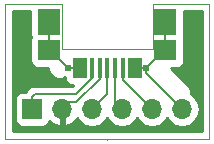
<source format=gbl>
G04 #@! TF.FileFunction,Copper,L2,Bot,Plane*
%FSLAX46Y46*%
G04 Gerber Fmt 4.6, Leading zero omitted, Abs format (unit mm)*
G04 Created by KiCad (PCBNEW 4.0.6) date 12/30/17 12:21:30*
%MOMM*%
%LPD*%
G01*
G04 APERTURE LIST*
%ADD10C,0.150000*%
%ADD11C,0.020000*%
%ADD12R,1.700000X1.700000*%
%ADD13O,1.700000X1.700000*%
%ADD14R,1.950000X2.200000*%
%ADD15R,1.950000X1.800000*%
%ADD16R,1.200000X1.700000*%
%ADD17R,0.400000X1.700000*%
%ADD18C,0.609600*%
%ADD19C,0.203200*%
%ADD20C,0.254000*%
G04 APERTURE END LIST*
D10*
D11*
X211994140Y-150647480D02*
X211994140Y-150797340D01*
X215867640Y-139217480D02*
X220630140Y-139217480D01*
X215867640Y-143027480D02*
X215867640Y-139217480D01*
X208146040Y-143027480D02*
X215867640Y-143027480D01*
X208146040Y-139217480D02*
X208146040Y-143027480D01*
X220630140Y-150647480D02*
X203358140Y-150647480D01*
X220630140Y-139217480D02*
X220630140Y-150647480D01*
X203358140Y-139217480D02*
X208146040Y-139217480D01*
X203358140Y-150647480D02*
X203358140Y-139217480D01*
D12*
X205635860Y-148142960D03*
D13*
X208175860Y-148142960D03*
X210715860Y-148142960D03*
X213255860Y-148142960D03*
X215795860Y-148142960D03*
X218335860Y-148142960D03*
D14*
X207106180Y-140732680D03*
D15*
X207106180Y-143132680D03*
D16*
X214356180Y-144632680D03*
D15*
X216906180Y-143132680D03*
D14*
X216906180Y-140732680D03*
D16*
X209656180Y-144632680D03*
D17*
X210706180Y-144632680D03*
X211356180Y-144632680D03*
X212006180Y-144632680D03*
X212656180Y-144632680D03*
X213306180Y-144632680D03*
D18*
X208685496Y-144660422D03*
X215310064Y-144683947D03*
D19*
X210706180Y-144632680D02*
X210706180Y-145546955D01*
X210706180Y-145546955D02*
X209366584Y-146886551D01*
X209366584Y-146886551D02*
X205839069Y-146886551D01*
X205839069Y-146886551D02*
X205635860Y-147089760D01*
X205635860Y-147089760D02*
X205635860Y-148142960D01*
X211356180Y-144632680D02*
X211356180Y-145581322D01*
X211356180Y-145581322D02*
X209383887Y-147553615D01*
X209383887Y-147553615D02*
X208765205Y-147553615D01*
X208765205Y-147553615D02*
X208175860Y-148142960D01*
X212006180Y-144632680D02*
X212006180Y-146852640D01*
X212006180Y-146852640D02*
X210715860Y-148142960D01*
X212656180Y-144632680D02*
X212656180Y-147543280D01*
X212656180Y-147543280D02*
X213255860Y-148142960D01*
X213306180Y-144632680D02*
X213306180Y-145685880D01*
X213306180Y-145685880D02*
X215763260Y-148142960D01*
X215763260Y-148142960D02*
X215795860Y-148142960D01*
X209656180Y-144632680D02*
X208713238Y-144632680D01*
X208685496Y-144636996D02*
X208685496Y-144660422D01*
X207181180Y-143132680D02*
X208685496Y-144636996D01*
X207106180Y-143132680D02*
X207181180Y-143132680D01*
X208713238Y-144632680D02*
X208685496Y-144660422D01*
X216906180Y-143132680D02*
X216831180Y-143132680D01*
X216831180Y-143132680D02*
X215310064Y-144653796D01*
X214356180Y-144632680D02*
X215258797Y-144632680D01*
X215310064Y-145117164D02*
X215310064Y-144683947D01*
X218335860Y-148142960D02*
X215310064Y-145117164D01*
X215310064Y-144653796D02*
X215310064Y-144683947D01*
X215258797Y-144632680D02*
X215310064Y-144683947D01*
X207106180Y-143132680D02*
X207106180Y-140732680D01*
X216906180Y-143132680D02*
X216906180Y-140732680D01*
D20*
G36*
X205491897Y-141832680D02*
X205530911Y-142040022D01*
X205491897Y-142232680D01*
X205491897Y-144032680D01*
X205535617Y-144265032D01*
X205672937Y-144478433D01*
X205882463Y-144621597D01*
X206131180Y-144671963D01*
X207018641Y-144671963D01*
X207018499Y-144835073D01*
X207160058Y-145177673D01*
X207421949Y-145440021D01*
X207764300Y-145582178D01*
X208134993Y-145582501D01*
X208416897Y-145466021D01*
X208416897Y-145482680D01*
X208460617Y-145715032D01*
X208597937Y-145928433D01*
X208807463Y-146071597D01*
X209056180Y-146121963D01*
X209135143Y-146121963D01*
X209099155Y-146157951D01*
X205839069Y-146157951D01*
X205560246Y-146213412D01*
X205323871Y-146371353D01*
X205120662Y-146574562D01*
X205067799Y-146653677D01*
X204785860Y-146653677D01*
X204553508Y-146697397D01*
X204340107Y-146834717D01*
X204196943Y-147044243D01*
X204146577Y-147292960D01*
X204146577Y-148992960D01*
X204190297Y-149225312D01*
X204327617Y-149438713D01*
X204537143Y-149581877D01*
X204785860Y-149632243D01*
X206485860Y-149632243D01*
X206718212Y-149588523D01*
X206931613Y-149451203D01*
X207074777Y-149241677D01*
X207097275Y-149130578D01*
X207408936Y-149414605D01*
X207818970Y-149584436D01*
X208048860Y-149463115D01*
X208048860Y-148269960D01*
X208028860Y-148269960D01*
X208028860Y-148015960D01*
X208048860Y-148015960D01*
X208048860Y-147995960D01*
X208302860Y-147995960D01*
X208302860Y-148015960D01*
X208322860Y-148015960D01*
X208322860Y-148269960D01*
X208302860Y-148269960D01*
X208302860Y-149463115D01*
X208532750Y-149584436D01*
X208942784Y-149414605D01*
X209371043Y-149024318D01*
X209442096Y-148873021D01*
X209671463Y-149216293D01*
X210150637Y-149536466D01*
X210715860Y-149648896D01*
X211281083Y-149536466D01*
X211760257Y-149216293D01*
X211985860Y-148878653D01*
X212211463Y-149216293D01*
X212690637Y-149536466D01*
X213255860Y-149648896D01*
X213821083Y-149536466D01*
X214300257Y-149216293D01*
X214525860Y-148878653D01*
X214751463Y-149216293D01*
X215230637Y-149536466D01*
X215795860Y-149648896D01*
X216361083Y-149536466D01*
X216840257Y-149216293D01*
X217065860Y-148878653D01*
X217291463Y-149216293D01*
X217770637Y-149536466D01*
X218335860Y-149648896D01*
X218901083Y-149536466D01*
X219380257Y-149216293D01*
X219700430Y-148737119D01*
X219812860Y-148171896D01*
X219812860Y-148114024D01*
X219700430Y-147548801D01*
X219380257Y-147069627D01*
X219064460Y-146858619D01*
X219064460Y-146620920D01*
X219008999Y-146342097D01*
X218851058Y-146105722D01*
X217417299Y-144671963D01*
X217881180Y-144671963D01*
X218113532Y-144628243D01*
X218326933Y-144490923D01*
X218470097Y-144281397D01*
X218520463Y-144032680D01*
X218520463Y-142232680D01*
X218481449Y-142025338D01*
X218520463Y-141832680D01*
X218520463Y-139854480D01*
X219993140Y-139854480D01*
X219993140Y-150010480D01*
X203995140Y-150010480D01*
X203995140Y-139854480D01*
X205491897Y-139854480D01*
X205491897Y-141832680D01*
X205491897Y-141832680D01*
G37*
X205491897Y-141832680D02*
X205530911Y-142040022D01*
X205491897Y-142232680D01*
X205491897Y-144032680D01*
X205535617Y-144265032D01*
X205672937Y-144478433D01*
X205882463Y-144621597D01*
X206131180Y-144671963D01*
X207018641Y-144671963D01*
X207018499Y-144835073D01*
X207160058Y-145177673D01*
X207421949Y-145440021D01*
X207764300Y-145582178D01*
X208134993Y-145582501D01*
X208416897Y-145466021D01*
X208416897Y-145482680D01*
X208460617Y-145715032D01*
X208597937Y-145928433D01*
X208807463Y-146071597D01*
X209056180Y-146121963D01*
X209135143Y-146121963D01*
X209099155Y-146157951D01*
X205839069Y-146157951D01*
X205560246Y-146213412D01*
X205323871Y-146371353D01*
X205120662Y-146574562D01*
X205067799Y-146653677D01*
X204785860Y-146653677D01*
X204553508Y-146697397D01*
X204340107Y-146834717D01*
X204196943Y-147044243D01*
X204146577Y-147292960D01*
X204146577Y-148992960D01*
X204190297Y-149225312D01*
X204327617Y-149438713D01*
X204537143Y-149581877D01*
X204785860Y-149632243D01*
X206485860Y-149632243D01*
X206718212Y-149588523D01*
X206931613Y-149451203D01*
X207074777Y-149241677D01*
X207097275Y-149130578D01*
X207408936Y-149414605D01*
X207818970Y-149584436D01*
X208048860Y-149463115D01*
X208048860Y-148269960D01*
X208028860Y-148269960D01*
X208028860Y-148015960D01*
X208048860Y-148015960D01*
X208048860Y-147995960D01*
X208302860Y-147995960D01*
X208302860Y-148015960D01*
X208322860Y-148015960D01*
X208322860Y-148269960D01*
X208302860Y-148269960D01*
X208302860Y-149463115D01*
X208532750Y-149584436D01*
X208942784Y-149414605D01*
X209371043Y-149024318D01*
X209442096Y-148873021D01*
X209671463Y-149216293D01*
X210150637Y-149536466D01*
X210715860Y-149648896D01*
X211281083Y-149536466D01*
X211760257Y-149216293D01*
X211985860Y-148878653D01*
X212211463Y-149216293D01*
X212690637Y-149536466D01*
X213255860Y-149648896D01*
X213821083Y-149536466D01*
X214300257Y-149216293D01*
X214525860Y-148878653D01*
X214751463Y-149216293D01*
X215230637Y-149536466D01*
X215795860Y-149648896D01*
X216361083Y-149536466D01*
X216840257Y-149216293D01*
X217065860Y-148878653D01*
X217291463Y-149216293D01*
X217770637Y-149536466D01*
X218335860Y-149648896D01*
X218901083Y-149536466D01*
X219380257Y-149216293D01*
X219700430Y-148737119D01*
X219812860Y-148171896D01*
X219812860Y-148114024D01*
X219700430Y-147548801D01*
X219380257Y-147069627D01*
X219064460Y-146858619D01*
X219064460Y-146620920D01*
X219008999Y-146342097D01*
X218851058Y-146105722D01*
X217417299Y-144671963D01*
X217881180Y-144671963D01*
X218113532Y-144628243D01*
X218326933Y-144490923D01*
X218470097Y-144281397D01*
X218520463Y-144032680D01*
X218520463Y-142232680D01*
X218481449Y-142025338D01*
X218520463Y-141832680D01*
X218520463Y-139854480D01*
X219993140Y-139854480D01*
X219993140Y-150010480D01*
X203995140Y-150010480D01*
X203995140Y-139854480D01*
X205491897Y-139854480D01*
X205491897Y-141832680D01*
M02*

</source>
